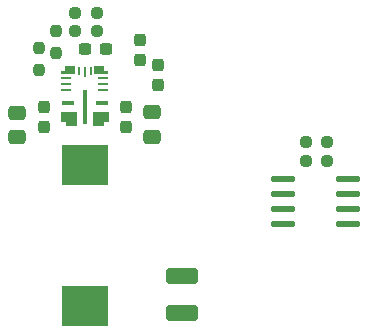
<source format=gtp>
%TF.GenerationSoftware,KiCad,Pcbnew,9.0.6*%
%TF.CreationDate,2025-12-14T23:52:50+01:00*%
%TF.ProjectId,ledConnect,6c656443-6f6e-46e6-9563-742e6b696361,rev?*%
%TF.SameCoordinates,Original*%
%TF.FileFunction,Paste,Top*%
%TF.FilePolarity,Positive*%
%FSLAX46Y46*%
G04 Gerber Fmt 4.6, Leading zero omitted, Abs format (unit mm)*
G04 Created by KiCad (PCBNEW 9.0.6) date 2025-12-14 23:52:50*
%MOMM*%
%LPD*%
G01*
G04 APERTURE LIST*
G04 Aperture macros list*
%AMRoundRect*
0 Rectangle with rounded corners*
0 $1 Rounding radius*
0 $2 $3 $4 $5 $6 $7 $8 $9 X,Y pos of 4 corners*
0 Add a 4 corners polygon primitive as box body*
4,1,4,$2,$3,$4,$5,$6,$7,$8,$9,$2,$3,0*
0 Add four circle primitives for the rounded corners*
1,1,$1+$1,$2,$3*
1,1,$1+$1,$4,$5*
1,1,$1+$1,$6,$7*
1,1,$1+$1,$8,$9*
0 Add four rect primitives between the rounded corners*
20,1,$1+$1,$2,$3,$4,$5,0*
20,1,$1+$1,$4,$5,$6,$7,0*
20,1,$1+$1,$6,$7,$8,$9,0*
20,1,$1+$1,$8,$9,$2,$3,0*%
%AMFreePoly0*
4,1,17,0.635355,0.585355,0.650000,0.550000,0.650000,-0.550000,0.635355,-0.585355,0.600000,-0.600000,-0.600000,-0.600000,-0.635355,-0.585355,-0.650000,-0.550000,-0.650000,0.200000,-0.635355,0.235355,-0.600000,0.250000,-0.250000,0.250000,-0.250000,0.550000,-0.235355,0.585355,-0.200000,0.600000,0.600000,0.600000,0.635355,0.585355,0.635355,0.585355,$1*%
%AMFreePoly1*
4,1,17,0.585355,0.325355,0.600000,0.290000,0.600000,-0.310000,0.585355,-0.345355,0.550000,-0.360000,-0.200000,-0.360000,-0.235355,-0.345355,-0.250000,-0.310000,-0.250000,0.100000,-0.570000,0.100000,-0.605355,0.114645,-0.620000,0.150000,-0.620000,0.290000,-0.605355,0.325355,-0.570000,0.340000,0.550000,0.340000,0.585355,0.325355,0.585355,0.325355,$1*%
%AMFreePoly2*
4,1,17,0.605355,0.325355,0.620000,0.290000,0.620000,0.150000,0.605355,0.114645,0.570000,0.100000,0.250000,0.100000,0.250000,-0.310000,0.235355,-0.345355,0.200000,-0.360000,-0.550000,-0.360000,-0.585355,-0.345355,-0.600000,-0.310000,-0.600000,0.290000,-0.585355,0.325355,-0.550000,0.340000,0.570000,0.340000,0.605355,0.325355,0.605355,0.325355,$1*%
%AMFreePoly3*
4,1,17,0.235355,0.585355,0.250000,0.550000,0.250000,0.250000,0.600000,0.250000,0.635355,0.235355,0.650000,0.200000,0.650000,-0.550000,0.635355,-0.585355,0.600000,-0.600000,-0.600000,-0.600000,-0.635355,-0.585355,-0.650000,-0.550000,-0.650000,0.550000,-0.635355,0.585355,-0.600000,0.600000,0.200000,0.600000,0.235355,0.585355,0.235355,0.585355,$1*%
G04 Aperture macros list end*
%ADD10RoundRect,0.250000X1.100000X-0.412500X1.100000X0.412500X-1.100000X0.412500X-1.100000X-0.412500X0*%
%ADD11RoundRect,0.237500X-0.237500X0.300000X-0.237500X-0.300000X0.237500X-0.300000X0.237500X0.300000X0*%
%ADD12RoundRect,0.237500X0.237500X-0.250000X0.237500X0.250000X-0.237500X0.250000X-0.237500X-0.250000X0*%
%ADD13FreePoly0,180.000000*%
%ADD14R,1.100000X0.400000*%
%ADD15R,0.850000X0.250000*%
%ADD16FreePoly1,180.000000*%
%ADD17R,0.250000X0.700000*%
%ADD18R,0.250000X0.850000*%
%ADD19FreePoly2,180.000000*%
%ADD20FreePoly3,180.000000*%
%ADD21R,0.400000X3.000000*%
%ADD22O,2.050000X0.590000*%
%ADD23RoundRect,0.237500X-0.250000X-0.237500X0.250000X-0.237500X0.250000X0.237500X-0.250000X0.237500X0*%
%ADD24R,4.000000X3.500000*%
%ADD25RoundRect,0.237500X0.237500X-0.300000X0.237500X0.300000X-0.237500X0.300000X-0.237500X-0.300000X0*%
%ADD26RoundRect,0.250000X-0.475000X0.337500X-0.475000X-0.337500X0.475000X-0.337500X0.475000X0.337500X0*%
%ADD27RoundRect,0.237500X0.300000X0.237500X-0.300000X0.237500X-0.300000X-0.237500X0.300000X-0.237500X0*%
%ADD28RoundRect,0.237500X0.250000X0.237500X-0.250000X0.237500X-0.250000X-0.237500X0.250000X-0.237500X0*%
G04 APERTURE END LIST*
D10*
%TO.C,Cout1*%
X150482500Y-101452500D03*
X150482500Y-98327500D03*
%TD*%
D11*
%TO.C,Cinx1*%
X145732500Y-84007500D03*
X145732500Y-85732500D03*
%TD*%
D12*
%TO.C,Rt1*%
X139882500Y-79432500D03*
X139882500Y-77607500D03*
%TD*%
D11*
%TO.C,Cinx2*%
X138852500Y-84037500D03*
X138852500Y-85762500D03*
%TD*%
D13*
%TO.C,U2*%
X143662500Y-85030000D03*
D14*
X143702500Y-83670000D03*
D15*
X143832500Y-82600000D03*
X143832500Y-82100000D03*
X143832500Y-81600000D03*
D16*
X143682500Y-80950000D03*
D17*
X142782500Y-81000000D03*
D18*
X142282500Y-81070000D03*
D17*
X141782500Y-81000000D03*
D19*
X140882500Y-80950000D03*
D15*
X140732500Y-81600000D03*
X140732500Y-82100000D03*
X140732500Y-82600000D03*
D14*
X140862500Y-83670000D03*
D20*
X140912500Y-85030000D03*
D21*
X142282500Y-84080000D03*
%TD*%
D22*
%TO.C,Q1*%
X164582500Y-93937500D03*
X164582500Y-92657500D03*
X164582500Y-91397500D03*
X164582500Y-90127500D03*
X159042500Y-90127500D03*
X159042500Y-91397500D03*
X159042500Y-92657500D03*
X159042500Y-93937500D03*
%TD*%
D23*
%TO.C,R1*%
X161000000Y-88600000D03*
X162825000Y-88600000D03*
%TD*%
D24*
%TO.C,L1*%
X142282500Y-88920000D03*
X142282500Y-100920000D03*
%TD*%
D25*
%TO.C,Cbias1*%
X146982500Y-80082500D03*
X146982500Y-78357500D03*
%TD*%
D26*
%TO.C,Cin2*%
X136572500Y-84532500D03*
X136572500Y-86607500D03*
%TD*%
D25*
%TO.C,Cboot1*%
X148482500Y-82182500D03*
X148482500Y-80457500D03*
%TD*%
D12*
%TO.C,Rreset1*%
X138382500Y-80912500D03*
X138382500Y-79087500D03*
%TD*%
D26*
%TO.C,Cin1*%
X147982500Y-84482500D03*
X147982500Y-86557500D03*
%TD*%
D27*
%TO.C,Cvcc1*%
X144045000Y-79120000D03*
X142320000Y-79120000D03*
%TD*%
D28*
%TO.C,R2*%
X162825000Y-87000000D03*
X161000000Y-87000000D03*
%TD*%
D23*
%TO.C,Rfbb1*%
X141457500Y-77620000D03*
X143282500Y-77620000D03*
%TD*%
D28*
%TO.C,Rfbt1*%
X143295000Y-76120000D03*
X141470000Y-76120000D03*
%TD*%
M02*

</source>
